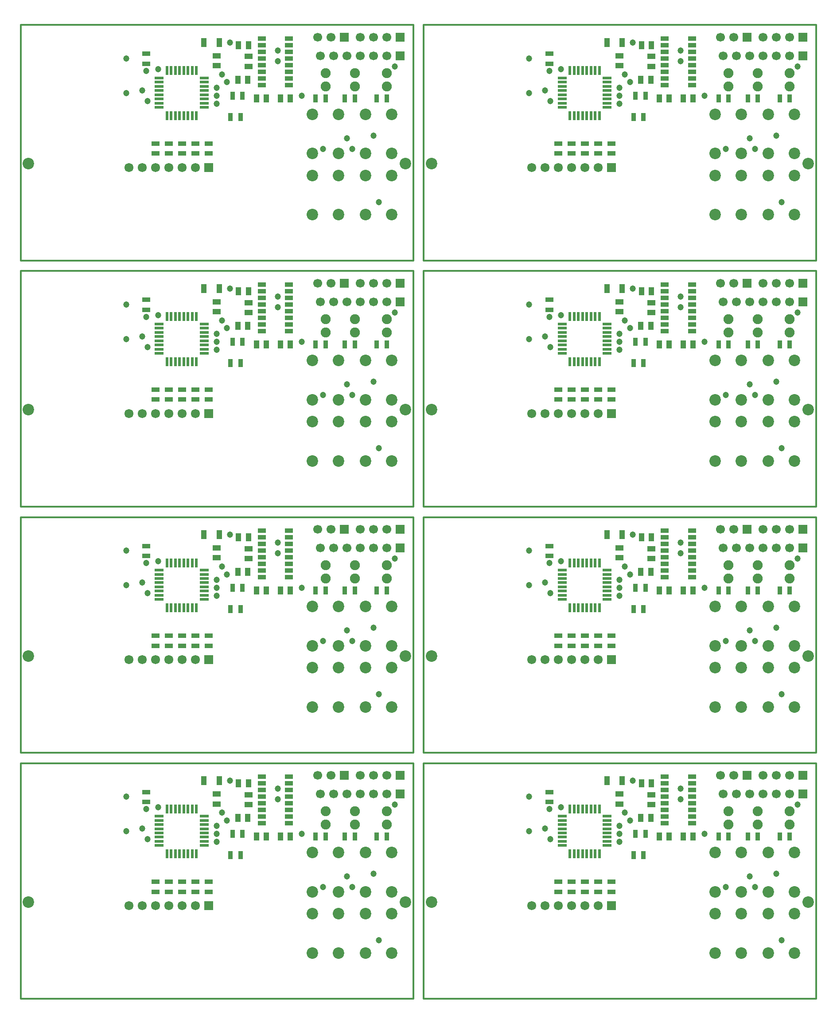
<source format=gts>
%FSLAX42Y42*%
%MOMM*%
G71*
G01*
G75*
G04 Layer_Color=8388736*
%ADD10C,0.30*%
%ADD11R,0.40X1.60*%
%ADD12R,1.60X0.40*%
%ADD13R,1.30X0.70*%
%ADD14R,1.30X0.90*%
%ADD15R,0.70X1.30*%
%ADD16R,0.90X1.30*%
%ADD17R,1.40X0.70*%
%ADD18R,0.90X1.60*%
%ADD19C,0.50*%
%ADD20C,1.50*%
%ADD21R,1.50X1.50*%
%ADD22C,2.00*%
%ADD23C,1.70*%
%ADD24R,1.52X1.52*%
%ADD25C,1.52*%
%ADD26C,1.00*%
%ADD27R,0.60X1.80*%
%ADD28R,1.80X0.60*%
%ADD29R,1.50X0.90*%
%ADD30R,1.50X1.10*%
%ADD31R,0.90X1.50*%
%ADD32R,1.10X1.50*%
%ADD33R,1.60X0.90*%
%ADD34R,1.10X1.80*%
%ADD35R,1.70X1.70*%
%ADD36C,2.20*%
%ADD37C,1.90*%
%ADD38R,1.72X1.72*%
%ADD39C,1.72*%
%ADD40C,1.20*%
D10*
X17638Y7802D02*
X10138D01*
Y3302D02*
Y7802D01*
X17638Y3302D02*
X10138D01*
X17638D02*
Y7802D01*
X9938D02*
X2438D01*
Y3302D02*
Y7802D01*
X9938Y3302D02*
X2438D01*
X9938D02*
Y7802D01*
X17638Y12502D02*
X10138D01*
Y8002D02*
Y12502D01*
X17638Y8002D02*
X10138D01*
X17638D02*
Y12502D01*
X9938D02*
X2438D01*
Y8002D02*
Y12502D01*
X9938Y8002D02*
X2438D01*
X9938D02*
Y12502D01*
X17638Y17202D02*
X10138D01*
Y12702D02*
Y17202D01*
X17638Y12702D02*
X10138D01*
X17638D02*
Y17202D01*
X9938D02*
X2438D01*
Y12702D02*
Y17202D01*
X9938Y12702D02*
X2438D01*
X9938D02*
Y17202D01*
X17638Y21902D02*
X10138D01*
Y17402D02*
Y21902D01*
X17638Y17402D02*
X10138D01*
X17638D02*
Y21902D01*
X9938D02*
X2438D01*
Y17402D02*
Y21902D01*
X9938Y17402D02*
X2438D01*
X9938D02*
Y21902D01*
D23*
X15810Y7569D02*
D03*
X16064D02*
D03*
X17130D02*
D03*
X16876D02*
D03*
X16622D02*
D03*
X16876Y7214D02*
D03*
X17130D02*
D03*
X16622D02*
D03*
X16368D02*
D03*
X16114D02*
D03*
X15860D02*
D03*
X8110Y7569D02*
D03*
X8364D02*
D03*
X9430D02*
D03*
X9176D02*
D03*
X8922D02*
D03*
X9176Y7214D02*
D03*
X9430D02*
D03*
X8922D02*
D03*
X8668D02*
D03*
X8414D02*
D03*
X8160D02*
D03*
X15810Y12269D02*
D03*
X16064D02*
D03*
X17130D02*
D03*
X16876D02*
D03*
X16622D02*
D03*
X16876Y11914D02*
D03*
X17130D02*
D03*
X16622D02*
D03*
X16368D02*
D03*
X16114D02*
D03*
X15860D02*
D03*
X8110Y12269D02*
D03*
X8364D02*
D03*
X9430D02*
D03*
X9176D02*
D03*
X8922D02*
D03*
X9176Y11914D02*
D03*
X9430D02*
D03*
X8922D02*
D03*
X8668D02*
D03*
X8414D02*
D03*
X8160D02*
D03*
X15810Y16969D02*
D03*
X16064D02*
D03*
X17130D02*
D03*
X16876D02*
D03*
X16622D02*
D03*
X16876Y16614D02*
D03*
X17130D02*
D03*
X16622D02*
D03*
X16368D02*
D03*
X16114D02*
D03*
X15860D02*
D03*
X8110Y16969D02*
D03*
X8364D02*
D03*
X9430D02*
D03*
X9176D02*
D03*
X8922D02*
D03*
X9176Y16614D02*
D03*
X9430D02*
D03*
X8922D02*
D03*
X8668D02*
D03*
X8414D02*
D03*
X8160D02*
D03*
X15810Y21669D02*
D03*
X16064D02*
D03*
X17130D02*
D03*
X16876D02*
D03*
X16622D02*
D03*
X16876Y21314D02*
D03*
X17130D02*
D03*
X16622D02*
D03*
X16368D02*
D03*
X16114D02*
D03*
X15860D02*
D03*
X8110Y21669D02*
D03*
X8364D02*
D03*
X9430D02*
D03*
X9176D02*
D03*
X8922D02*
D03*
X9176Y21314D02*
D03*
X9430D02*
D03*
X8922D02*
D03*
X8668D02*
D03*
X8414D02*
D03*
X8160D02*
D03*
D27*
X12934Y6930D02*
D03*
X13014D02*
D03*
X13094D02*
D03*
X13174D02*
D03*
X13254D02*
D03*
X13334D02*
D03*
X13414D02*
D03*
X13494D02*
D03*
Y6070D02*
D03*
X13414D02*
D03*
X13334D02*
D03*
X13254D02*
D03*
X13174D02*
D03*
X13094D02*
D03*
X13014D02*
D03*
X12934D02*
D03*
X5234Y6930D02*
D03*
X5314D02*
D03*
X5394D02*
D03*
X5474D02*
D03*
X5554D02*
D03*
X5634D02*
D03*
X5714D02*
D03*
X5794D02*
D03*
Y6070D02*
D03*
X5714D02*
D03*
X5634D02*
D03*
X5554D02*
D03*
X5474D02*
D03*
X5394D02*
D03*
X5314D02*
D03*
X5234D02*
D03*
X12934Y11630D02*
D03*
X13014D02*
D03*
X13094D02*
D03*
X13174D02*
D03*
X13254D02*
D03*
X13334D02*
D03*
X13414D02*
D03*
X13494D02*
D03*
Y10770D02*
D03*
X13414D02*
D03*
X13334D02*
D03*
X13254D02*
D03*
X13174D02*
D03*
X13094D02*
D03*
X13014D02*
D03*
X12934D02*
D03*
X5234Y11630D02*
D03*
X5314D02*
D03*
X5394D02*
D03*
X5474D02*
D03*
X5554D02*
D03*
X5634D02*
D03*
X5714D02*
D03*
X5794D02*
D03*
Y10770D02*
D03*
X5714D02*
D03*
X5634D02*
D03*
X5554D02*
D03*
X5474D02*
D03*
X5394D02*
D03*
X5314D02*
D03*
X5234D02*
D03*
X12934Y16330D02*
D03*
X13014D02*
D03*
X13094D02*
D03*
X13174D02*
D03*
X13254D02*
D03*
X13334D02*
D03*
X13414D02*
D03*
X13494D02*
D03*
Y15470D02*
D03*
X13414D02*
D03*
X13334D02*
D03*
X13254D02*
D03*
X13174D02*
D03*
X13094D02*
D03*
X13014D02*
D03*
X12934D02*
D03*
X5234Y16330D02*
D03*
X5314D02*
D03*
X5394D02*
D03*
X5474D02*
D03*
X5554D02*
D03*
X5634D02*
D03*
X5714D02*
D03*
X5794D02*
D03*
Y15470D02*
D03*
X5714D02*
D03*
X5634D02*
D03*
X5554D02*
D03*
X5474D02*
D03*
X5394D02*
D03*
X5314D02*
D03*
X5234D02*
D03*
X12934Y21030D02*
D03*
X13014D02*
D03*
X13094D02*
D03*
X13174D02*
D03*
X13254D02*
D03*
X13334D02*
D03*
X13414D02*
D03*
X13494D02*
D03*
Y20170D02*
D03*
X13414D02*
D03*
X13334D02*
D03*
X13254D02*
D03*
X13174D02*
D03*
X13094D02*
D03*
X13014D02*
D03*
X12934D02*
D03*
X5234Y21030D02*
D03*
X5314D02*
D03*
X5394D02*
D03*
X5474D02*
D03*
X5554D02*
D03*
X5634D02*
D03*
X5714D02*
D03*
X5794D02*
D03*
Y20170D02*
D03*
X5714D02*
D03*
X5634D02*
D03*
X5554D02*
D03*
X5474D02*
D03*
X5394D02*
D03*
X5314D02*
D03*
X5234D02*
D03*
D28*
X13644Y6230D02*
D03*
Y6310D02*
D03*
Y6390D02*
D03*
Y6470D02*
D03*
Y6550D02*
D03*
Y6630D02*
D03*
Y6710D02*
D03*
Y6790D02*
D03*
X12784Y6230D02*
D03*
Y6310D02*
D03*
Y6390D02*
D03*
Y6470D02*
D03*
Y6550D02*
D03*
Y6630D02*
D03*
Y6710D02*
D03*
Y6790D02*
D03*
X5944Y6230D02*
D03*
Y6310D02*
D03*
Y6390D02*
D03*
Y6470D02*
D03*
Y6550D02*
D03*
Y6630D02*
D03*
Y6710D02*
D03*
Y6790D02*
D03*
X5084Y6230D02*
D03*
Y6310D02*
D03*
Y6390D02*
D03*
Y6470D02*
D03*
Y6550D02*
D03*
Y6630D02*
D03*
Y6710D02*
D03*
Y6790D02*
D03*
X13644Y10930D02*
D03*
Y11010D02*
D03*
Y11090D02*
D03*
Y11170D02*
D03*
Y11250D02*
D03*
Y11330D02*
D03*
Y11410D02*
D03*
Y11490D02*
D03*
X12784Y10930D02*
D03*
Y11010D02*
D03*
Y11090D02*
D03*
Y11170D02*
D03*
Y11250D02*
D03*
Y11330D02*
D03*
Y11410D02*
D03*
Y11490D02*
D03*
X5944Y10930D02*
D03*
Y11010D02*
D03*
Y11090D02*
D03*
Y11170D02*
D03*
Y11250D02*
D03*
Y11330D02*
D03*
Y11410D02*
D03*
Y11490D02*
D03*
X5084Y10930D02*
D03*
Y11010D02*
D03*
Y11090D02*
D03*
Y11170D02*
D03*
Y11250D02*
D03*
Y11330D02*
D03*
Y11410D02*
D03*
Y11490D02*
D03*
X13644Y15630D02*
D03*
Y15710D02*
D03*
Y15790D02*
D03*
Y15870D02*
D03*
Y15950D02*
D03*
Y16030D02*
D03*
Y16110D02*
D03*
Y16190D02*
D03*
X12784Y15630D02*
D03*
Y15710D02*
D03*
Y15790D02*
D03*
Y15870D02*
D03*
Y15950D02*
D03*
Y16030D02*
D03*
Y16110D02*
D03*
Y16190D02*
D03*
X5944Y15630D02*
D03*
Y15710D02*
D03*
Y15790D02*
D03*
Y15870D02*
D03*
Y15950D02*
D03*
Y16030D02*
D03*
Y16110D02*
D03*
Y16190D02*
D03*
X5084Y15630D02*
D03*
Y15710D02*
D03*
Y15790D02*
D03*
Y15870D02*
D03*
Y15950D02*
D03*
Y16030D02*
D03*
Y16110D02*
D03*
Y16190D02*
D03*
X13644Y20330D02*
D03*
Y20410D02*
D03*
Y20490D02*
D03*
Y20570D02*
D03*
Y20650D02*
D03*
Y20730D02*
D03*
Y20810D02*
D03*
Y20890D02*
D03*
X12784Y20330D02*
D03*
Y20410D02*
D03*
Y20490D02*
D03*
Y20570D02*
D03*
Y20650D02*
D03*
Y20730D02*
D03*
Y20810D02*
D03*
Y20890D02*
D03*
X5944Y20330D02*
D03*
Y20410D02*
D03*
Y20490D02*
D03*
Y20570D02*
D03*
Y20650D02*
D03*
Y20730D02*
D03*
Y20810D02*
D03*
Y20890D02*
D03*
X5084Y20330D02*
D03*
Y20410D02*
D03*
Y20490D02*
D03*
Y20570D02*
D03*
Y20650D02*
D03*
Y20730D02*
D03*
Y20810D02*
D03*
Y20890D02*
D03*
D29*
X12538Y7252D02*
D03*
Y7062D02*
D03*
X12711Y5537D02*
D03*
Y5347D02*
D03*
X12965Y5537D02*
D03*
Y5347D02*
D03*
X13219Y5537D02*
D03*
Y5347D02*
D03*
X13473Y5537D02*
D03*
Y5347D02*
D03*
X13727Y5537D02*
D03*
Y5347D02*
D03*
X4838Y7252D02*
D03*
Y7062D02*
D03*
X5011Y5537D02*
D03*
Y5347D02*
D03*
X5265Y5537D02*
D03*
Y5347D02*
D03*
X5519Y5537D02*
D03*
Y5347D02*
D03*
X5773Y5537D02*
D03*
Y5347D02*
D03*
X6027Y5537D02*
D03*
Y5347D02*
D03*
X12538Y11952D02*
D03*
Y11762D02*
D03*
X12711Y10237D02*
D03*
Y10047D02*
D03*
X12965Y10237D02*
D03*
Y10047D02*
D03*
X13219Y10237D02*
D03*
Y10047D02*
D03*
X13473Y10237D02*
D03*
Y10047D02*
D03*
X13727Y10237D02*
D03*
Y10047D02*
D03*
X4838Y11952D02*
D03*
Y11762D02*
D03*
X5011Y10237D02*
D03*
Y10047D02*
D03*
X5265Y10237D02*
D03*
Y10047D02*
D03*
X5519Y10237D02*
D03*
Y10047D02*
D03*
X5773Y10237D02*
D03*
Y10047D02*
D03*
X6027Y10237D02*
D03*
Y10047D02*
D03*
X12538Y16652D02*
D03*
Y16462D02*
D03*
X12711Y14937D02*
D03*
Y14747D02*
D03*
X12965Y14937D02*
D03*
Y14747D02*
D03*
X13219Y14937D02*
D03*
Y14747D02*
D03*
X13473Y14937D02*
D03*
Y14747D02*
D03*
X13727Y14937D02*
D03*
Y14747D02*
D03*
X4838Y16652D02*
D03*
Y16462D02*
D03*
X5011Y14937D02*
D03*
Y14747D02*
D03*
X5265Y14937D02*
D03*
Y14747D02*
D03*
X5519Y14937D02*
D03*
Y14747D02*
D03*
X5773Y14937D02*
D03*
Y14747D02*
D03*
X6027Y14937D02*
D03*
Y14747D02*
D03*
X12538Y21352D02*
D03*
Y21162D02*
D03*
X12711Y19637D02*
D03*
Y19447D02*
D03*
X12965Y19637D02*
D03*
Y19447D02*
D03*
X13219Y19637D02*
D03*
Y19447D02*
D03*
X13473Y19637D02*
D03*
Y19447D02*
D03*
X13727Y19637D02*
D03*
Y19447D02*
D03*
X4838Y21352D02*
D03*
Y21162D02*
D03*
X5011Y19637D02*
D03*
Y19447D02*
D03*
X5265Y19637D02*
D03*
Y19447D02*
D03*
X5519Y19637D02*
D03*
Y19447D02*
D03*
X5773Y19637D02*
D03*
Y19447D02*
D03*
X6027Y19637D02*
D03*
Y19447D02*
D03*
D30*
X13879Y7214D02*
D03*
Y7024D02*
D03*
X14489Y7010D02*
D03*
Y7200D02*
D03*
X6179Y7214D02*
D03*
Y7024D02*
D03*
X6789Y7010D02*
D03*
Y7200D02*
D03*
X13879Y11914D02*
D03*
Y11724D02*
D03*
X14489Y11710D02*
D03*
Y11900D02*
D03*
X6179Y11914D02*
D03*
Y11724D02*
D03*
X6789Y11710D02*
D03*
Y11900D02*
D03*
X13879Y16614D02*
D03*
Y16424D02*
D03*
X14489Y16410D02*
D03*
Y16600D02*
D03*
X6179Y16614D02*
D03*
Y16424D02*
D03*
X6789Y16410D02*
D03*
Y16600D02*
D03*
X13879Y21314D02*
D03*
Y21124D02*
D03*
X14489Y21110D02*
D03*
Y21300D02*
D03*
X6179Y21314D02*
D03*
Y21124D02*
D03*
X6789Y21110D02*
D03*
Y21300D02*
D03*
D31*
X14336Y6045D02*
D03*
X14146D02*
D03*
X14184Y6452D02*
D03*
X14374D02*
D03*
X15962Y6401D02*
D03*
X15772D02*
D03*
X16521D02*
D03*
X16331D02*
D03*
X17130D02*
D03*
X16940D02*
D03*
X6636Y6045D02*
D03*
X6446D02*
D03*
X6484Y6452D02*
D03*
X6674D02*
D03*
X8262Y6401D02*
D03*
X8072D02*
D03*
X8821D02*
D03*
X8631D02*
D03*
X9430D02*
D03*
X9240D02*
D03*
X14336Y10745D02*
D03*
X14146D02*
D03*
X14184Y11152D02*
D03*
X14374D02*
D03*
X15962Y11101D02*
D03*
X15772D02*
D03*
X16521D02*
D03*
X16331D02*
D03*
X17130D02*
D03*
X16940D02*
D03*
X6636Y10745D02*
D03*
X6446D02*
D03*
X6484Y11152D02*
D03*
X6674D02*
D03*
X8262Y11101D02*
D03*
X8072D02*
D03*
X8821D02*
D03*
X8631D02*
D03*
X9430D02*
D03*
X9240D02*
D03*
X14336Y15445D02*
D03*
X14146D02*
D03*
X14184Y15852D02*
D03*
X14374D02*
D03*
X15962Y15801D02*
D03*
X15772D02*
D03*
X16521D02*
D03*
X16331D02*
D03*
X17130D02*
D03*
X16940D02*
D03*
X6636Y15445D02*
D03*
X6446D02*
D03*
X6484Y15852D02*
D03*
X6674D02*
D03*
X8262Y15801D02*
D03*
X8072D02*
D03*
X8821D02*
D03*
X8631D02*
D03*
X9430D02*
D03*
X9240D02*
D03*
X14336Y20145D02*
D03*
X14146D02*
D03*
X14184Y20552D02*
D03*
X14374D02*
D03*
X15962Y20501D02*
D03*
X15772D02*
D03*
X16521D02*
D03*
X16331D02*
D03*
X17130D02*
D03*
X16940D02*
D03*
X6636Y20145D02*
D03*
X6446D02*
D03*
X6484Y20552D02*
D03*
X6674D02*
D03*
X8262Y20501D02*
D03*
X8072D02*
D03*
X8821D02*
D03*
X8631D02*
D03*
X9430D02*
D03*
X9240D02*
D03*
D32*
X15098Y6401D02*
D03*
X15288D02*
D03*
X14641D02*
D03*
X14831D02*
D03*
X14489Y7417D02*
D03*
X14299D02*
D03*
X14286Y6756D02*
D03*
X14476D02*
D03*
X7398Y6401D02*
D03*
X7588D02*
D03*
X6941D02*
D03*
X7131D02*
D03*
X6789Y7417D02*
D03*
X6599D02*
D03*
X6586Y6756D02*
D03*
X6776D02*
D03*
X15098Y11101D02*
D03*
X15288D02*
D03*
X14641D02*
D03*
X14831D02*
D03*
X14489Y12117D02*
D03*
X14299D02*
D03*
X14286Y11456D02*
D03*
X14476D02*
D03*
X7398Y11101D02*
D03*
X7588D02*
D03*
X6941D02*
D03*
X7131D02*
D03*
X6789Y12117D02*
D03*
X6599D02*
D03*
X6586Y11456D02*
D03*
X6776D02*
D03*
X15098Y15801D02*
D03*
X15288D02*
D03*
X14641D02*
D03*
X14831D02*
D03*
X14489Y16817D02*
D03*
X14299D02*
D03*
X14286Y16156D02*
D03*
X14476D02*
D03*
X7398Y15801D02*
D03*
X7588D02*
D03*
X6941D02*
D03*
X7131D02*
D03*
X6789Y16817D02*
D03*
X6599D02*
D03*
X6586Y16156D02*
D03*
X6776D02*
D03*
X15098Y20501D02*
D03*
X15288D02*
D03*
X14641D02*
D03*
X14831D02*
D03*
X14489Y21517D02*
D03*
X14299D02*
D03*
X14286Y20856D02*
D03*
X14476D02*
D03*
X7398Y20501D02*
D03*
X7588D02*
D03*
X6941D02*
D03*
X7131D02*
D03*
X6789Y21517D02*
D03*
X6599D02*
D03*
X6586Y20856D02*
D03*
X6776D02*
D03*
D33*
X14743Y6655D02*
D03*
X14743Y7036D02*
D03*
X15263Y7290D02*
D03*
Y7544D02*
D03*
X15263Y7417D02*
D03*
X14743Y7544D02*
D03*
Y7417D02*
D03*
Y7290D02*
D03*
Y6909D02*
D03*
Y7163D02*
D03*
X15263Y6782D02*
D03*
X15263Y7036D02*
D03*
X14743Y6782D02*
D03*
X15263Y6909D02*
D03*
X15263Y7163D02*
D03*
X15263Y6655D02*
D03*
X7043D02*
D03*
X7043Y7036D02*
D03*
X7563Y7290D02*
D03*
Y7544D02*
D03*
X7563Y7417D02*
D03*
X7043Y7544D02*
D03*
Y7417D02*
D03*
Y7290D02*
D03*
Y6909D02*
D03*
Y7163D02*
D03*
X7563Y6782D02*
D03*
X7563Y7036D02*
D03*
X7043Y6782D02*
D03*
X7563Y6909D02*
D03*
X7563Y7163D02*
D03*
X7563Y6655D02*
D03*
X14743Y11355D02*
D03*
X14743Y11736D02*
D03*
X15263Y11990D02*
D03*
Y12244D02*
D03*
X15263Y12117D02*
D03*
X14743Y12244D02*
D03*
Y12117D02*
D03*
Y11990D02*
D03*
Y11609D02*
D03*
Y11863D02*
D03*
X15263Y11482D02*
D03*
X15263Y11736D02*
D03*
X14743Y11482D02*
D03*
X15263Y11609D02*
D03*
X15263Y11863D02*
D03*
X15263Y11355D02*
D03*
X7043D02*
D03*
X7043Y11736D02*
D03*
X7563Y11990D02*
D03*
Y12244D02*
D03*
X7563Y12117D02*
D03*
X7043Y12244D02*
D03*
Y12117D02*
D03*
Y11990D02*
D03*
Y11609D02*
D03*
Y11863D02*
D03*
X7563Y11482D02*
D03*
X7563Y11736D02*
D03*
X7043Y11482D02*
D03*
X7563Y11609D02*
D03*
X7563Y11863D02*
D03*
X7563Y11355D02*
D03*
X14743Y16055D02*
D03*
X14743Y16436D02*
D03*
X15263Y16690D02*
D03*
Y16944D02*
D03*
X15263Y16817D02*
D03*
X14743Y16944D02*
D03*
Y16817D02*
D03*
Y16690D02*
D03*
Y16309D02*
D03*
Y16563D02*
D03*
X15263Y16182D02*
D03*
X15263Y16436D02*
D03*
X14743Y16182D02*
D03*
X15263Y16309D02*
D03*
X15263Y16563D02*
D03*
X15263Y16055D02*
D03*
X7043D02*
D03*
X7043Y16436D02*
D03*
X7563Y16690D02*
D03*
Y16944D02*
D03*
X7563Y16817D02*
D03*
X7043Y16944D02*
D03*
Y16817D02*
D03*
Y16690D02*
D03*
Y16309D02*
D03*
Y16563D02*
D03*
X7563Y16182D02*
D03*
X7563Y16436D02*
D03*
X7043Y16182D02*
D03*
X7563Y16309D02*
D03*
X7563Y16563D02*
D03*
X7563Y16055D02*
D03*
X14743Y20755D02*
D03*
X14743Y21136D02*
D03*
X15263Y21390D02*
D03*
Y21644D02*
D03*
X15263Y21517D02*
D03*
X14743Y21644D02*
D03*
Y21517D02*
D03*
Y21390D02*
D03*
Y21009D02*
D03*
Y21263D02*
D03*
X15263Y20882D02*
D03*
X15263Y21136D02*
D03*
X14743Y20882D02*
D03*
X15263Y21009D02*
D03*
X15263Y21263D02*
D03*
X15263Y20755D02*
D03*
X7043D02*
D03*
X7043Y21136D02*
D03*
X7563Y21390D02*
D03*
Y21644D02*
D03*
X7563Y21517D02*
D03*
X7043Y21644D02*
D03*
Y21517D02*
D03*
Y21390D02*
D03*
Y21009D02*
D03*
Y21263D02*
D03*
X7563Y20882D02*
D03*
X7563Y21136D02*
D03*
X7043Y20882D02*
D03*
X7563Y21009D02*
D03*
X7563Y21263D02*
D03*
X7563Y20755D02*
D03*
D34*
X13640Y7468D02*
D03*
X13930Y7468D02*
D03*
X5940Y7468D02*
D03*
X6230Y7468D02*
D03*
X13640Y12168D02*
D03*
X13930Y12168D02*
D03*
X5940Y12168D02*
D03*
X6230Y12168D02*
D03*
X13640Y16868D02*
D03*
X13930Y16868D02*
D03*
X5940Y16868D02*
D03*
X6230Y16868D02*
D03*
X13640Y21568D02*
D03*
X13930Y21568D02*
D03*
X5940Y21568D02*
D03*
X6230Y21568D02*
D03*
D35*
X16318Y7569D02*
D03*
X17384D02*
D03*
Y7214D02*
D03*
X8618Y7569D02*
D03*
X9684D02*
D03*
Y7214D02*
D03*
X16318Y12269D02*
D03*
X17384D02*
D03*
Y11914D02*
D03*
X8618Y12269D02*
D03*
X9684D02*
D03*
Y11914D02*
D03*
X16318Y16969D02*
D03*
X17384D02*
D03*
Y16614D02*
D03*
X8618Y16969D02*
D03*
X9684D02*
D03*
Y16614D02*
D03*
X16318Y21669D02*
D03*
X17384D02*
D03*
Y21314D02*
D03*
X8618Y21669D02*
D03*
X9684D02*
D03*
Y21314D02*
D03*
D36*
X16724Y4928D02*
D03*
Y4178D02*
D03*
X17224D02*
D03*
Y4928D02*
D03*
X15708D02*
D03*
Y4178D02*
D03*
X16208D02*
D03*
Y4928D02*
D03*
X16724Y6096D02*
D03*
Y5346D02*
D03*
X17224D02*
D03*
Y6096D02*
D03*
X15708D02*
D03*
Y5346D02*
D03*
X16208D02*
D03*
Y6096D02*
D03*
X10288Y5152D02*
D03*
X17488D02*
D03*
X9024Y4928D02*
D03*
Y4178D02*
D03*
X9524D02*
D03*
Y4928D02*
D03*
X8008D02*
D03*
Y4178D02*
D03*
X8508D02*
D03*
Y4928D02*
D03*
X9024Y6096D02*
D03*
Y5346D02*
D03*
X9524D02*
D03*
Y6096D02*
D03*
X8008D02*
D03*
Y5346D02*
D03*
X8508D02*
D03*
Y6096D02*
D03*
X2588Y5152D02*
D03*
X9788D02*
D03*
X16724Y9628D02*
D03*
Y8878D02*
D03*
X17224D02*
D03*
Y9628D02*
D03*
X15708D02*
D03*
Y8878D02*
D03*
X16208D02*
D03*
Y9628D02*
D03*
X16724Y10796D02*
D03*
Y10046D02*
D03*
X17224D02*
D03*
Y10796D02*
D03*
X15708D02*
D03*
Y10046D02*
D03*
X16208D02*
D03*
Y10796D02*
D03*
X10288Y9852D02*
D03*
X17488D02*
D03*
X9024Y9628D02*
D03*
Y8878D02*
D03*
X9524D02*
D03*
Y9628D02*
D03*
X8008D02*
D03*
Y8878D02*
D03*
X8508D02*
D03*
Y9628D02*
D03*
X9024Y10796D02*
D03*
Y10046D02*
D03*
X9524D02*
D03*
Y10796D02*
D03*
X8008D02*
D03*
Y10046D02*
D03*
X8508D02*
D03*
Y10796D02*
D03*
X2588Y9852D02*
D03*
X9788D02*
D03*
X16724Y14328D02*
D03*
Y13578D02*
D03*
X17224D02*
D03*
Y14328D02*
D03*
X15708D02*
D03*
Y13578D02*
D03*
X16208D02*
D03*
Y14328D02*
D03*
X16724Y15496D02*
D03*
Y14746D02*
D03*
X17224D02*
D03*
Y15496D02*
D03*
X15708D02*
D03*
Y14746D02*
D03*
X16208D02*
D03*
Y15496D02*
D03*
X10288Y14552D02*
D03*
X17488D02*
D03*
X9024Y14328D02*
D03*
Y13578D02*
D03*
X9524D02*
D03*
Y14328D02*
D03*
X8008D02*
D03*
Y13578D02*
D03*
X8508D02*
D03*
Y14328D02*
D03*
X9024Y15496D02*
D03*
Y14746D02*
D03*
X9524D02*
D03*
Y15496D02*
D03*
X8008D02*
D03*
Y14746D02*
D03*
X8508D02*
D03*
Y15496D02*
D03*
X2588Y14552D02*
D03*
X9788D02*
D03*
X16724Y19028D02*
D03*
Y18278D02*
D03*
X17224D02*
D03*
Y19028D02*
D03*
X15708D02*
D03*
Y18278D02*
D03*
X16208D02*
D03*
Y19028D02*
D03*
X16724Y20196D02*
D03*
Y19446D02*
D03*
X17224D02*
D03*
Y20196D02*
D03*
X15708D02*
D03*
Y19446D02*
D03*
X16208D02*
D03*
Y20196D02*
D03*
X10288Y19252D02*
D03*
X17488D02*
D03*
X9024Y19028D02*
D03*
Y18278D02*
D03*
X9524D02*
D03*
Y19028D02*
D03*
X8008D02*
D03*
Y18278D02*
D03*
X8508D02*
D03*
Y19028D02*
D03*
X9024Y20196D02*
D03*
Y19446D02*
D03*
X9524D02*
D03*
Y20196D02*
D03*
X8008D02*
D03*
Y19446D02*
D03*
X8508D02*
D03*
Y20196D02*
D03*
X2588Y19252D02*
D03*
X9788D02*
D03*
D37*
X15962Y6631D02*
D03*
Y6881D02*
D03*
X16521Y6631D02*
D03*
Y6881D02*
D03*
X17130Y6631D02*
D03*
Y6881D02*
D03*
X8262Y6631D02*
D03*
Y6881D02*
D03*
X8821Y6631D02*
D03*
Y6881D02*
D03*
X9430Y6631D02*
D03*
Y6881D02*
D03*
X15962Y11331D02*
D03*
Y11581D02*
D03*
X16521Y11331D02*
D03*
Y11581D02*
D03*
X17130Y11331D02*
D03*
Y11581D02*
D03*
X8262Y11331D02*
D03*
Y11581D02*
D03*
X8821Y11331D02*
D03*
Y11581D02*
D03*
X9430Y11331D02*
D03*
Y11581D02*
D03*
X15962Y16031D02*
D03*
Y16281D02*
D03*
X16521Y16031D02*
D03*
Y16281D02*
D03*
X17130Y16031D02*
D03*
Y16281D02*
D03*
X8262Y16031D02*
D03*
Y16281D02*
D03*
X8821Y16031D02*
D03*
Y16281D02*
D03*
X9430Y16031D02*
D03*
Y16281D02*
D03*
X15962Y20731D02*
D03*
Y20981D02*
D03*
X16521Y20731D02*
D03*
Y20981D02*
D03*
X17130Y20731D02*
D03*
Y20981D02*
D03*
X8262Y20731D02*
D03*
Y20981D02*
D03*
X8821Y20731D02*
D03*
Y20981D02*
D03*
X9430Y20731D02*
D03*
Y20981D02*
D03*
D38*
X13727Y5080D02*
D03*
X6027D02*
D03*
X13727Y9780D02*
D03*
X6027D02*
D03*
X13727Y14480D02*
D03*
X6027D02*
D03*
X13727Y19180D02*
D03*
X6027D02*
D03*
D39*
X13473Y5080D02*
D03*
X13219D02*
D03*
X12965D02*
D03*
X12711D02*
D03*
X12457D02*
D03*
X12203D02*
D03*
X5773D02*
D03*
X5519D02*
D03*
X5265D02*
D03*
X5011D02*
D03*
X4757D02*
D03*
X4503D02*
D03*
X13473Y9780D02*
D03*
X13219D02*
D03*
X12965D02*
D03*
X12711D02*
D03*
X12457D02*
D03*
X12203D02*
D03*
X5773D02*
D03*
X5519D02*
D03*
X5265D02*
D03*
X5011D02*
D03*
X4757D02*
D03*
X4503D02*
D03*
X13473Y14480D02*
D03*
X13219D02*
D03*
X12965D02*
D03*
X12711D02*
D03*
X12457D02*
D03*
X12203D02*
D03*
X5773D02*
D03*
X5519D02*
D03*
X5265D02*
D03*
X5011D02*
D03*
X4757D02*
D03*
X4503D02*
D03*
X13473Y19180D02*
D03*
X13219D02*
D03*
X12965D02*
D03*
X12711D02*
D03*
X12457D02*
D03*
X12203D02*
D03*
X5773D02*
D03*
X5519D02*
D03*
X5265D02*
D03*
X5011D02*
D03*
X4757D02*
D03*
X4503D02*
D03*
D40*
X12538Y6927D02*
D03*
X12762Y6960D02*
D03*
X14133Y7468D02*
D03*
X15048Y7112D02*
D03*
Y7315D02*
D03*
X12558Y6350D02*
D03*
X12457Y6553D02*
D03*
X16876Y5690D02*
D03*
X16368Y5639D02*
D03*
X13981Y6858D02*
D03*
X14078Y6710D02*
D03*
X13879Y6604D02*
D03*
X15505Y6452D02*
D03*
X13879Y6299D02*
D03*
Y6452D02*
D03*
X15911Y5436D02*
D03*
X16470D02*
D03*
X16978Y4420D02*
D03*
X12152Y6502D02*
D03*
Y7163D02*
D03*
X17283Y7010D02*
D03*
X4838Y6927D02*
D03*
X5062Y6960D02*
D03*
X6433Y7468D02*
D03*
X7348Y7112D02*
D03*
Y7315D02*
D03*
X4858Y6350D02*
D03*
X4757Y6553D02*
D03*
X9176Y5690D02*
D03*
X8668Y5639D02*
D03*
X6281Y6858D02*
D03*
X6378Y6710D02*
D03*
X6179Y6604D02*
D03*
X7805Y6452D02*
D03*
X6179Y6299D02*
D03*
Y6452D02*
D03*
X8211Y5436D02*
D03*
X8770D02*
D03*
X9278Y4420D02*
D03*
X4452Y6502D02*
D03*
Y7163D02*
D03*
X9583Y7010D02*
D03*
X12538Y11627D02*
D03*
X12762Y11660D02*
D03*
X14133Y12168D02*
D03*
X15048Y11812D02*
D03*
Y12015D02*
D03*
X12558Y11050D02*
D03*
X12457Y11253D02*
D03*
X16876Y10390D02*
D03*
X16368Y10339D02*
D03*
X13981Y11558D02*
D03*
X14078Y11410D02*
D03*
X13879Y11304D02*
D03*
X15505Y11152D02*
D03*
X13879Y10999D02*
D03*
Y11152D02*
D03*
X15911Y10136D02*
D03*
X16470D02*
D03*
X16978Y9120D02*
D03*
X12152Y11202D02*
D03*
Y11863D02*
D03*
X17283Y11710D02*
D03*
X4838Y11627D02*
D03*
X5062Y11660D02*
D03*
X6433Y12168D02*
D03*
X7348Y11812D02*
D03*
Y12015D02*
D03*
X4858Y11050D02*
D03*
X4757Y11253D02*
D03*
X9176Y10390D02*
D03*
X8668Y10339D02*
D03*
X6281Y11558D02*
D03*
X6378Y11410D02*
D03*
X6179Y11304D02*
D03*
X7805Y11152D02*
D03*
X6179Y10999D02*
D03*
Y11152D02*
D03*
X8211Y10136D02*
D03*
X8770D02*
D03*
X9278Y9120D02*
D03*
X4452Y11202D02*
D03*
Y11863D02*
D03*
X9583Y11710D02*
D03*
X12538Y16327D02*
D03*
X12762Y16360D02*
D03*
X14133Y16868D02*
D03*
X15048Y16512D02*
D03*
Y16715D02*
D03*
X12558Y15750D02*
D03*
X12457Y15953D02*
D03*
X16876Y15090D02*
D03*
X16368Y15039D02*
D03*
X13981Y16258D02*
D03*
X14078Y16110D02*
D03*
X13879Y16004D02*
D03*
X15505Y15852D02*
D03*
X13879Y15699D02*
D03*
Y15852D02*
D03*
X15911Y14836D02*
D03*
X16470D02*
D03*
X16978Y13820D02*
D03*
X12152Y15902D02*
D03*
Y16563D02*
D03*
X17283Y16410D02*
D03*
X4838Y16327D02*
D03*
X5062Y16360D02*
D03*
X6433Y16868D02*
D03*
X7348Y16512D02*
D03*
Y16715D02*
D03*
X4858Y15750D02*
D03*
X4757Y15953D02*
D03*
X9176Y15090D02*
D03*
X8668Y15039D02*
D03*
X6281Y16258D02*
D03*
X6378Y16110D02*
D03*
X6179Y16004D02*
D03*
X7805Y15852D02*
D03*
X6179Y15699D02*
D03*
Y15852D02*
D03*
X8211Y14836D02*
D03*
X8770D02*
D03*
X9278Y13820D02*
D03*
X4452Y15902D02*
D03*
Y16563D02*
D03*
X9583Y16410D02*
D03*
X12538Y21027D02*
D03*
X12762Y21060D02*
D03*
X14133Y21568D02*
D03*
X15048Y21212D02*
D03*
Y21415D02*
D03*
X12558Y20450D02*
D03*
X12457Y20653D02*
D03*
X16876Y19790D02*
D03*
X16368Y19739D02*
D03*
X13981Y20958D02*
D03*
X14078Y20810D02*
D03*
X13879Y20704D02*
D03*
X15505Y20552D02*
D03*
X13879Y20399D02*
D03*
Y20552D02*
D03*
X15911Y19536D02*
D03*
X16470D02*
D03*
X16978Y18520D02*
D03*
X12152Y20602D02*
D03*
Y21263D02*
D03*
X17283Y21110D02*
D03*
X4838Y21027D02*
D03*
X5062Y21060D02*
D03*
X6433Y21568D02*
D03*
X7348Y21212D02*
D03*
Y21415D02*
D03*
X4858Y20450D02*
D03*
X4757Y20653D02*
D03*
X9176Y19790D02*
D03*
X8668Y19739D02*
D03*
X6281Y20958D02*
D03*
X6378Y20810D02*
D03*
X6179Y20704D02*
D03*
X7805Y20552D02*
D03*
X6179Y20399D02*
D03*
Y20552D02*
D03*
X8211Y19536D02*
D03*
X8770D02*
D03*
X9278Y18520D02*
D03*
X4452Y20602D02*
D03*
Y21263D02*
D03*
X9583Y21110D02*
D03*
M02*

</source>
